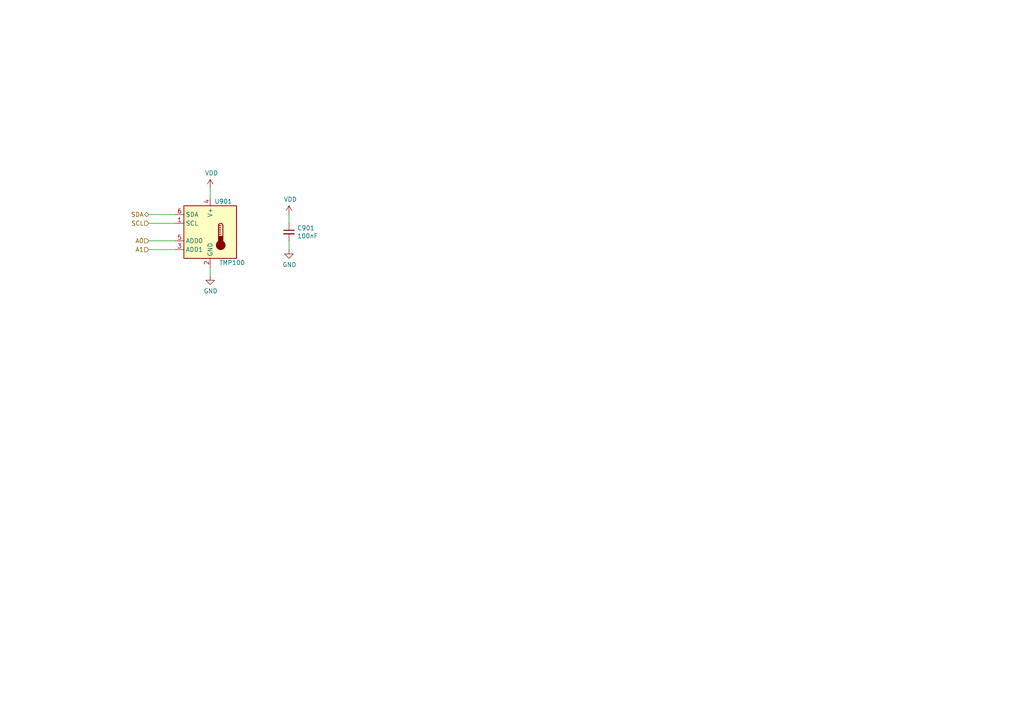
<source format=kicad_sch>
(kicad_sch (version 20211123) (generator eeschema)
  (paper "A4")
  (title_block (rev "R0.1") (company "SolderingStationGroup : Jonny Svärd / Mathias Johansson / Magnus Thulesius"))
  (lib_symbols
    (symbol "Device:C_Small" (pin_numbers hide) (pin_names (offset 0.254) hide)
      (property "Reference" "C" (at 0.254 1.778 0))
      (property "Value" "C_Small" (at 0.254 -2.032 0))
      (symbol "C_Small_0_1"
        (polyline (pts (xy -1.524 -0.508) (xy 1.524 -0.508)) (stroke (width 0.3302)))
        (polyline (pts (xy -1.524 0.508) (xy 1.524 0.508)) (stroke (width 0.3048)))
      )
      (symbol "C_Small_1_1"
        (pin passive line (at 0 2.54 270) (length 2.032) (name "~") (number "1"))
        (pin passive line (at 0 -2.54 90) (length 2.032) (name "~") (number "2"))
      )
    )
    (symbol "Sensor_Temperature:TMP100"
      (property "Reference" "U" (at 10.16 6.35 0))
      (property "Value" "TMP100" (at 12.7 3.81 0))
      (symbol "TMP100_0_1"
        (rectangle (start -7.62 7.62) (end 7.62 -7.62) (stroke (width 0.254)) (fill (type background)))
      )
      (symbol "TMP100_1_1"
        (polyline (pts (xy 2.413 -0.635) (xy 3.048 -0.635)) (stroke (width 0.254)))
        (polyline (pts (xy 2.413 0) (xy 3.048 0)) (stroke (width 0.254)))
        (polyline (pts (xy 2.413 0.635) (xy 3.048 0.635)) (stroke (width 0.254)))
        (polyline (pts (xy 2.413 1.27) (xy 3.048 1.27)) (stroke (width 0.254)))
        (polyline (pts (xy 2.413 1.905) (xy 2.413 -1.27)) (stroke (width 0.254)))
        (polyline (pts (xy 2.413 1.905) (xy 3.048 1.905)) (stroke (width 0.254)))
        (polyline (pts (xy 3.683 1.905) (xy 3.683 -1.27)) (stroke (width 0.254)))
        (circle (center 3.048 -3.81) (radius 1.27) (stroke (width 0.254)) (fill (type outline)))
        (rectangle (start 3.683 -3.175) (end 2.413 -1.27) (stroke (width 0.254)) (fill (type outline)))
        (arc (start 3.683 1.905) (mid 3.048 2.54) (end 2.413 1.905) (stroke (width 0.254)))
        (pin input line (at -10.16 2.54 0) (length 2.54) (name "SCL") (number "1"))
        (pin power_in line (at 0 -10.16 90) (length 2.54) (name "GND") (number "2"))
        (pin input line (at -10.16 -5.08 0) (length 2.54) (name "ADD1") (number "3"))
        (pin power_in line (at 0 10.16 270) (length 2.54) (name "V+") (number "4"))
        (pin input line (at -10.16 -2.54 0) (length 2.54) (name "ADD0") (number "5"))
        (pin bidirectional line (at -10.16 5.08 0) (length 2.54) (name "SDA") (number "6"))
      )
    )
    (symbol "power:GND" (power) (pin_names (offset 0))
      (property "Value" "GND" (at 0 -3.81 0))
      (symbol "GND_0_1"
        (polyline (pts (xy 0 0) (xy 0 -1.27) (xy 1.27 -1.27) (xy 0 -2.54) (xy -1.27 -1.27) (xy 0 -1.27)))
      )
      (symbol "GND_1_1"
        (pin power_in line (at 0 0 270) (length 0) hide (name "GND") (number "1"))
      )
    )
    (symbol "power:VDD" (power) (pin_names (offset 0))
      (property "Value" "VDD" (at 0 3.81 0))
      (symbol "VDD_0_1"
        (polyline (pts (xy -0.762 1.27) (xy 0 2.54)))
        (polyline (pts (xy 0 0) (xy 0 2.54)))
        (polyline (pts (xy 0 2.54) (xy 0.762 1.27)))
      )
      (symbol "VDD_1_1"
        (pin power_in line (at 0 0 90) (length 0) hide (name "VDD") (number "1"))
      )
    )
  )
  (wire (pts (xy 60.96 54.61) (xy 60.96 57.15)))
  (wire (pts (xy 43.18 69.85) (xy 50.8 69.85)))
  (wire (pts (xy 43.18 72.39) (xy 50.8 72.39)))
  (wire (pts (xy 60.96 80.01) (xy 60.96 77.47)))
  (wire (pts (xy 83.82 62.23) (xy 83.82 64.77)))
  (wire (pts (xy 50.8 64.77) (xy 43.18 64.77)))
  (wire (pts (xy 43.18 62.23) (xy 50.8 62.23)))
  (wire (pts (xy 83.82 72.39) (xy 83.82 69.85)))
  (hierarchical_label "A0" (shape input) (at 43.18 69.85 180))
  (hierarchical_label "SCL" (shape input) (at 43.18 64.77 180))
  (hierarchical_label "SDA" (shape bidirectional) (at 43.18 62.23 180))
  (hierarchical_label "A1" (shape input) (at 43.18 72.39 180))
  (symbol (lib_id "power:GND") (at 83.82 72.39 0)
    (property "Reference" "#PWR0903" (effects hide))
    (property "Value" "GND" (at 83.947 76.7842 0))
  )
  (symbol (lib_id "power:VDD") (at 60.96 54.61 0)
    (property "Reference" "#PWR0901" (effects hide))
    (property "Value" "VDD" (at 61.341 50.2158 0))
  )
  (symbol (lib_id "power:VDD") (at 83.82 62.23 0)
    (property "Reference" "#PWR0902" (effects hide))
    (property "Value" "VDD" (at 84.201 57.8358 0))
  )
  (symbol (lib_id "Sensor_Temperature:TMP100") (at 60.96 67.31 0)
    (property "Reference" "U901" (at 64.77 58.42 0))
    (property "Value" "TMP100" (at 67.31 76.2 0))
    (property "Footprint" "Package_TO_SOT_SMD:TSOT-23-6" (effects hide))
    (property "Datasheet" "http://www.ti.com/lit/gpn/tmp100" (effects hide))
    (property "JLC_part" "Extended" (effects hide))
    (property "LCSC" "C31810" (effects hide))
  )
  (symbol (lib_id "power:GND") (at 60.96 80.01 0)
    (property "Reference" "#PWR0904" (effects hide))
    (property "Value" "GND" (at 61.087 84.4042 0))
  )
  (symbol (lib_id "Device:C_Small") (at 83.82 67.31 0)
    (property "Reference" "C901" (at 86.1568 66.1416 0) (effects (justify left)))
    (property "Value" "100nF" (at 86.1568 68.453 0) (effects (justify left)))
    (property "Footprint" "Capacitor_SMD:C_0402_1005Metric" (effects hide))
    (property "JLC_part" "Basic" (effects hide))
    (property "LCSC" "C1525" (effects hide))
  )
)
</source>
